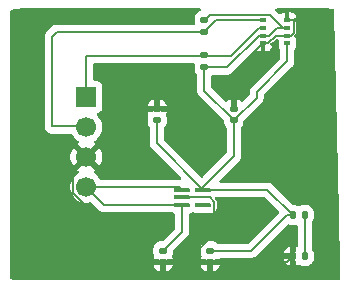
<source format=gbr>
%TF.GenerationSoftware,KiCad,Pcbnew,9.0.7*%
%TF.CreationDate,2026-01-25T21:22:40-08:00*%
%TF.ProjectId,pcb_design_lab,7063625f-6465-4736-9967-6e5f6c61622e,rev?*%
%TF.SameCoordinates,Original*%
%TF.FileFunction,Copper,L1,Top*%
%TF.FilePolarity,Positive*%
%FSLAX46Y46*%
G04 Gerber Fmt 4.6, Leading zero omitted, Abs format (unit mm)*
G04 Created by KiCad (PCBNEW 9.0.7) date 2026-01-25 21:22:40*
%MOMM*%
%LPD*%
G01*
G04 APERTURE LIST*
G04 Aperture macros list*
%AMRoundRect*
0 Rectangle with rounded corners*
0 $1 Rounding radius*
0 $2 $3 $4 $5 $6 $7 $8 $9 X,Y pos of 4 corners*
0 Add a 4 corners polygon primitive as box body*
4,1,4,$2,$3,$4,$5,$6,$7,$8,$9,$2,$3,0*
0 Add four circle primitives for the rounded corners*
1,1,$1+$1,$2,$3*
1,1,$1+$1,$4,$5*
1,1,$1+$1,$6,$7*
1,1,$1+$1,$8,$9*
0 Add four rect primitives between the rounded corners*
20,1,$1+$1,$2,$3,$4,$5,0*
20,1,$1+$1,$4,$5,$6,$7,0*
20,1,$1+$1,$6,$7,$8,$9,0*
20,1,$1+$1,$8,$9,$2,$3,0*%
G04 Aperture macros list end*
%TA.AperFunction,SMDPad,CuDef*%
%ADD10RoundRect,0.140000X0.170000X-0.140000X0.170000X0.140000X-0.170000X0.140000X-0.170000X-0.140000X0*%
%TD*%
%TA.AperFunction,SMDPad,CuDef*%
%ADD11RoundRect,0.100000X-0.562500X-0.100000X0.562500X-0.100000X0.562500X0.100000X-0.562500X0.100000X0*%
%TD*%
%TA.AperFunction,SMDPad,CuDef*%
%ADD12R,0.500000X0.350000*%
%TD*%
%TA.AperFunction,SMDPad,CuDef*%
%ADD13RoundRect,0.135000X0.135000X0.185000X-0.135000X0.185000X-0.135000X-0.185000X0.135000X-0.185000X0*%
%TD*%
%TA.AperFunction,SMDPad,CuDef*%
%ADD14RoundRect,0.135000X0.185000X-0.135000X0.185000X0.135000X-0.185000X0.135000X-0.185000X-0.135000X0*%
%TD*%
%TA.AperFunction,SMDPad,CuDef*%
%ADD15RoundRect,0.135000X-0.185000X0.135000X-0.185000X-0.135000X0.185000X-0.135000X0.185000X0.135000X0*%
%TD*%
%TA.AperFunction,ComponentPad*%
%ADD16R,1.700000X1.700000*%
%TD*%
%TA.AperFunction,ComponentPad*%
%ADD17C,1.700000*%
%TD*%
%TA.AperFunction,SMDPad,CuDef*%
%ADD18RoundRect,0.147500X-0.147500X-0.172500X0.147500X-0.172500X0.147500X0.172500X-0.147500X0.172500X0*%
%TD*%
%TA.AperFunction,SMDPad,CuDef*%
%ADD19RoundRect,0.140000X-0.170000X0.140000X-0.170000X-0.140000X0.170000X-0.140000X0.170000X0.140000X0*%
%TD*%
%TA.AperFunction,Conductor*%
%ADD20C,0.200000*%
%TD*%
G04 APERTURE END LIST*
D10*
%TO.P,C4,2*%
%TO.N,/+2V8*%
X123000000Y-85520000D03*
%TO.P,C4,1*%
%TO.N,/GND*%
X123000000Y-86480000D03*
%TD*%
D11*
%TO.P,U1,1,VIN*%
%TO.N,Net-(J1-VIN)*%
X120612500Y-80350000D03*
%TO.P,U1,2,GND*%
%TO.N,/GND*%
X120612500Y-81000000D03*
%TO.P,U1,3,EN*%
%TO.N,Net-(J1-VIN)*%
X120612500Y-81650000D03*
%TO.P,U1,4,NC*%
%TO.N,unconnected-(U1-NC-Pad4)*%
X122387500Y-81650000D03*
%TO.P,U1,5,VOUT*%
%TO.N,/+2V8*%
X122387500Y-80350000D03*
%TD*%
D12*
%TO.P,U2,1,GND*%
%TO.N,/GND*%
X127475000Y-67975000D03*
%TO.P,U2,2,CSB*%
%TO.N,/+2V8*%
X127475000Y-67325000D03*
%TO.P,U2,3,SDI*%
%TO.N,/SCL*%
X127475000Y-66675000D03*
%TO.P,U2,4,SCK*%
%TO.N,/SDA*%
X127475000Y-66025000D03*
%TO.P,U2,5,SDO*%
%TO.N,/GND*%
X129525000Y-66025000D03*
%TO.P,U2,6,VDDIO*%
%TO.N,/+2V8*%
X129525000Y-66675000D03*
%TO.P,U2,7,GND*%
%TO.N,/GND*%
X129525000Y-67325000D03*
%TO.P,U2,8,VDD*%
%TO.N,/+2V8*%
X129525000Y-67975000D03*
%TD*%
D13*
%TO.P,R3,1*%
%TO.N,Net-(D1-A)*%
X131010000Y-82500000D03*
%TO.P,R3,2*%
%TO.N,/+2V8*%
X129990000Y-82500000D03*
%TD*%
D14*
%TO.P,R2,1*%
%TO.N,/+2V8*%
X122500000Y-70010000D03*
%TO.P,R2,2*%
%TO.N,/SCL*%
X122500000Y-68990000D03*
%TD*%
D15*
%TO.P,R1,1*%
%TO.N,/+2V8*%
X122500000Y-65990000D03*
%TO.P,R1,2*%
%TO.N,/SDA*%
X122500000Y-67010000D03*
%TD*%
D16*
%TO.P,J1,1,SCL*%
%TO.N,/SCL*%
X112500000Y-72500000D03*
D17*
%TO.P,J1,2,SDA*%
%TO.N,/SDA*%
X112500000Y-75040000D03*
%TO.P,J1,3,GND*%
%TO.N,/GND*%
X112500000Y-77580000D03*
%TO.P,J1,4,VIN*%
%TO.N,Net-(J1-VIN)*%
X112500000Y-80120000D03*
%TD*%
D18*
%TO.P,D1,1,K*%
%TO.N,/GND*%
X130015000Y-86000000D03*
%TO.P,D1,2,A*%
%TO.N,Net-(D1-A)*%
X130985000Y-86000000D03*
%TD*%
D10*
%TO.P,C3,1*%
%TO.N,/GND*%
X119000000Y-86480000D03*
%TO.P,C3,2*%
%TO.N,Net-(J1-VIN)*%
X119000000Y-85520000D03*
%TD*%
D19*
%TO.P,C2,1*%
%TO.N,/GND*%
X125000000Y-73520000D03*
%TO.P,C2,2*%
%TO.N,/+2V8*%
X125000000Y-74480000D03*
%TD*%
%TO.P,C1,1*%
%TO.N,/GND*%
X118500000Y-73520000D03*
%TO.P,C1,2*%
%TO.N,/+2V8*%
X118500000Y-74480000D03*
%TD*%
D20*
%TO.N,Net-(J1-VIN)*%
X114030000Y-81650000D02*
X120612500Y-81650000D01*
X112500000Y-80120000D02*
X114030000Y-81650000D01*
%TO.N,/GND*%
X123351000Y-81381130D02*
X123351000Y-84129000D01*
X120612500Y-81000000D02*
X122969870Y-81000000D01*
X122969870Y-81000000D02*
X123351000Y-81381130D01*
X123351000Y-84129000D02*
X121000000Y-86480000D01*
X121000000Y-86480000D02*
X123000000Y-86480000D01*
%TO.N,/+2V8*%
X126480000Y-85520000D02*
X123000000Y-85520000D01*
X129500000Y-82500000D02*
X126480000Y-85520000D01*
X129990000Y-82500000D02*
X129500000Y-82500000D01*
%TO.N,/GND*%
X129535000Y-86480000D02*
X130015000Y-86000000D01*
X123000000Y-86480000D02*
X129535000Y-86480000D01*
X117232240Y-86480000D02*
X119000000Y-86480000D01*
X111349000Y-80596760D02*
X117232240Y-86480000D01*
X111349000Y-78731000D02*
X111349000Y-80596760D01*
X112500000Y-77580000D02*
X111349000Y-78731000D01*
X119000000Y-86480000D02*
X121000000Y-86480000D01*
X116560000Y-73520000D02*
X112500000Y-77580000D01*
X118500000Y-73520000D02*
X116560000Y-73520000D01*
X125000000Y-70450000D02*
X125000000Y-73520000D01*
X127475000Y-67975000D02*
X125000000Y-70450000D01*
%TO.N,/+2V8*%
X124413000Y-70010000D02*
X127098000Y-67325000D01*
X127098000Y-67325000D02*
X127475000Y-67325000D01*
X122500000Y-70010000D02*
X124413000Y-70010000D01*
%TO.N,/GND*%
X130076000Y-66126000D02*
X129975000Y-66025000D01*
X130076000Y-67074000D02*
X130076000Y-66126000D01*
X129975000Y-66025000D02*
X129525000Y-66025000D01*
X129825000Y-67325000D02*
X130076000Y-67074000D01*
X129525000Y-67325000D02*
X129825000Y-67325000D01*
X128575000Y-67325000D02*
X129525000Y-67325000D01*
X127925000Y-67975000D02*
X128575000Y-67325000D01*
X127475000Y-67975000D02*
X127925000Y-67975000D01*
%TO.N,/+2V8*%
X129152000Y-66675000D02*
X129525000Y-66675000D01*
X122941000Y-65549000D02*
X128026000Y-65549000D01*
X122500000Y-65990000D02*
X122941000Y-65549000D01*
X128026000Y-65549000D02*
X129152000Y-66675000D01*
X128657900Y-66675000D02*
X129525000Y-66675000D01*
X128007900Y-67325000D02*
X128657900Y-66675000D01*
X127475000Y-67325000D02*
X128007900Y-67325000D01*
%TO.N,/SDA*%
X123485000Y-66025000D02*
X127475000Y-66025000D01*
X122500000Y-67010000D02*
X123485000Y-66025000D01*
%TO.N,/+2V8*%
X129525000Y-69475000D02*
X129525000Y-67975000D01*
X126924000Y-72076000D02*
X129525000Y-69475000D01*
X126924000Y-72556000D02*
X126924000Y-72076000D01*
X125000000Y-74480000D02*
X126924000Y-72556000D01*
X122500000Y-71980000D02*
X125000000Y-74480000D01*
X122500000Y-70010000D02*
X122500000Y-71980000D01*
X125000000Y-77500000D02*
X125000000Y-74480000D01*
X118500000Y-76422500D02*
X118500000Y-74480000D01*
X118480000Y-76442500D02*
X118500000Y-76422500D01*
%TO.N,/SDA*%
X109601000Y-67399000D02*
X110000000Y-67000000D01*
X110000000Y-67000000D02*
X110010000Y-67010000D01*
X110010000Y-67010000D02*
X122500000Y-67010000D01*
X109601000Y-75000000D02*
X109601000Y-67399000D01*
%TO.N,/SCL*%
X124773000Y-69000000D02*
X127098000Y-66675000D01*
X127098000Y-66675000D02*
X127475000Y-66675000D01*
X112500000Y-69000000D02*
X124773000Y-69000000D01*
X112500000Y-72500000D02*
X112500000Y-69000000D01*
%TO.N,/SDA*%
X112460000Y-75000000D02*
X109601000Y-75000000D01*
X112500000Y-75040000D02*
X112460000Y-75000000D01*
%TO.N,/+2V8*%
X122387500Y-80112500D02*
X125000000Y-77500000D01*
X122387500Y-80350000D02*
X122387500Y-80112500D01*
X122387500Y-80350000D02*
X118480000Y-76442500D01*
%TO.N,Net-(J1-VIN)*%
X120612500Y-83907500D02*
X120612500Y-81650000D01*
X119000000Y-85520000D02*
X120612500Y-83907500D01*
%TO.N,Net-(D1-A)*%
X131010000Y-85975000D02*
X130985000Y-86000000D01*
X131010000Y-82500000D02*
X131010000Y-85975000D01*
%TO.N,Net-(J1-VIN)*%
X120382500Y-80120000D02*
X120612500Y-80350000D01*
X112500000Y-80120000D02*
X120382500Y-80120000D01*
%TO.N,/+2V8*%
X127840000Y-80350000D02*
X129990000Y-82500000D01*
X122387500Y-80350000D02*
X127840000Y-80350000D01*
%TD*%
%TA.AperFunction,Conductor*%
%TO.N,/GND*%
G36*
X122174127Y-65020185D02*
G01*
X122219882Y-65072989D01*
X122229826Y-65142147D01*
X122200801Y-65205703D01*
X122142023Y-65243477D01*
X122141683Y-65243576D01*
X122060611Y-65267129D01*
X122060606Y-65267131D01*
X121922404Y-65348863D01*
X121922396Y-65348869D01*
X121808869Y-65462396D01*
X121808863Y-65462404D01*
X121727131Y-65600606D01*
X121727129Y-65600611D01*
X121682335Y-65754791D01*
X121682334Y-65754797D01*
X121679500Y-65790811D01*
X121679500Y-66189169D01*
X121679501Y-66189191D01*
X121682335Y-66225203D01*
X121689802Y-66250904D01*
X121689603Y-66320773D01*
X121651662Y-66379444D01*
X121588024Y-66408288D01*
X121570726Y-66409500D01*
X110132706Y-66409500D01*
X110100614Y-66405275D01*
X110079058Y-66399499D01*
X110079057Y-66399499D01*
X109920943Y-66399499D01*
X109806397Y-66430192D01*
X109768214Y-66440423D01*
X109631284Y-66519481D01*
X109631281Y-66519483D01*
X109232286Y-66918478D01*
X109120481Y-67030282D01*
X109120480Y-67030284D01*
X109084147Y-67093215D01*
X109041423Y-67167215D01*
X109000499Y-67319943D01*
X109000499Y-67319945D01*
X109000499Y-67488046D01*
X109000500Y-67488059D01*
X109000500Y-74920943D01*
X109000500Y-75079057D01*
X109004854Y-75095304D01*
X109041423Y-75231783D01*
X109041426Y-75231790D01*
X109120475Y-75368709D01*
X109120479Y-75368714D01*
X109120480Y-75368716D01*
X109232284Y-75480520D01*
X109232286Y-75480521D01*
X109232290Y-75480524D01*
X109367198Y-75558412D01*
X109369216Y-75559577D01*
X109521943Y-75600500D01*
X111193900Y-75600500D01*
X111260939Y-75620185D01*
X111304385Y-75668205D01*
X111344951Y-75747819D01*
X111469890Y-75919786D01*
X111620213Y-76070109D01*
X111792179Y-76195048D01*
X111792181Y-76195049D01*
X111792184Y-76195051D01*
X111801493Y-76199794D01*
X111852290Y-76247766D01*
X111869087Y-76315587D01*
X111846552Y-76381722D01*
X111801505Y-76420760D01*
X111792446Y-76425376D01*
X111792440Y-76425380D01*
X111738282Y-76464727D01*
X111738282Y-76464728D01*
X112370591Y-77097037D01*
X112307007Y-77114075D01*
X112192993Y-77179901D01*
X112099901Y-77272993D01*
X112034075Y-77387007D01*
X112017037Y-77450591D01*
X111384728Y-76818282D01*
X111384727Y-76818282D01*
X111345380Y-76872439D01*
X111248904Y-77061782D01*
X111183242Y-77263869D01*
X111183242Y-77263872D01*
X111150000Y-77473753D01*
X111150000Y-77686246D01*
X111183242Y-77896127D01*
X111183242Y-77896130D01*
X111248904Y-78098217D01*
X111345375Y-78287550D01*
X111384728Y-78341716D01*
X112017037Y-77709408D01*
X112034075Y-77772993D01*
X112099901Y-77887007D01*
X112192993Y-77980099D01*
X112307007Y-78045925D01*
X112370590Y-78062962D01*
X111738282Y-78695269D01*
X111738282Y-78695270D01*
X111792452Y-78734626D01*
X111792451Y-78734626D01*
X111801495Y-78739234D01*
X111852292Y-78787208D01*
X111869087Y-78855029D01*
X111846550Y-78921164D01*
X111801499Y-78960202D01*
X111792182Y-78964949D01*
X111620213Y-79089890D01*
X111469890Y-79240213D01*
X111344951Y-79412179D01*
X111248444Y-79601585D01*
X111182753Y-79803760D01*
X111149500Y-80013713D01*
X111149500Y-80226286D01*
X111182753Y-80436239D01*
X111248444Y-80638414D01*
X111344951Y-80827820D01*
X111469890Y-80999786D01*
X111620213Y-81150109D01*
X111792179Y-81275048D01*
X111792181Y-81275049D01*
X111792184Y-81275051D01*
X111981588Y-81371557D01*
X112183757Y-81437246D01*
X112393713Y-81470500D01*
X112393714Y-81470500D01*
X112606286Y-81470500D01*
X112606287Y-81470500D01*
X112816243Y-81437246D01*
X112858523Y-81423507D01*
X112928362Y-81421511D01*
X112984521Y-81453756D01*
X113661284Y-82130520D01*
X113661286Y-82130521D01*
X113661290Y-82130524D01*
X113725022Y-82167319D01*
X113798216Y-82209577D01*
X113950943Y-82250501D01*
X113950945Y-82250501D01*
X114116654Y-82250501D01*
X114116670Y-82250500D01*
X119673743Y-82250500D01*
X119719434Y-82259225D01*
X119735509Y-82265596D01*
X119747159Y-82274536D01*
X119893238Y-82335044D01*
X119919414Y-82338490D01*
X119933691Y-82344149D01*
X119949609Y-82356579D01*
X119968082Y-82364751D01*
X119976587Y-82377645D01*
X119988760Y-82387151D01*
X119995431Y-82406215D01*
X120006553Y-82423076D01*
X120010462Y-82449166D01*
X120011839Y-82453099D01*
X120011355Y-82455122D01*
X120012000Y-82459424D01*
X120012000Y-83607403D01*
X119992315Y-83674442D01*
X119975681Y-83695084D01*
X118967584Y-84703181D01*
X118906261Y-84736666D01*
X118879903Y-84739500D01*
X118765302Y-84739500D01*
X118729008Y-84742356D01*
X118729002Y-84742357D01*
X118573609Y-84787504D01*
X118573606Y-84787505D01*
X118434315Y-84869881D01*
X118434307Y-84869887D01*
X118319887Y-84984307D01*
X118319881Y-84984315D01*
X118237505Y-85123606D01*
X118237504Y-85123609D01*
X118192357Y-85279002D01*
X118192356Y-85279008D01*
X118189500Y-85315302D01*
X118189500Y-85724697D01*
X118192356Y-85760991D01*
X118192357Y-85760997D01*
X118237504Y-85916390D01*
X118237507Y-85916397D01*
X118249910Y-85937370D01*
X118267093Y-86005094D01*
X118249912Y-86063608D01*
X118237968Y-86083804D01*
X118195496Y-86230000D01*
X118501648Y-86230000D01*
X118564766Y-86247267D01*
X118573605Y-86252494D01*
X118573608Y-86252494D01*
X118573610Y-86252496D01*
X118729002Y-86297642D01*
X118729005Y-86297642D01*
X118729007Y-86297643D01*
X118765310Y-86300500D01*
X118765318Y-86300500D01*
X119234682Y-86300500D01*
X119234690Y-86300500D01*
X119270993Y-86297643D01*
X119270995Y-86297642D01*
X119270997Y-86297642D01*
X119426389Y-86252496D01*
X119426389Y-86252495D01*
X119426395Y-86252494D01*
X119435233Y-86247267D01*
X119498352Y-86230000D01*
X119804504Y-86230000D01*
X119762031Y-86083803D01*
X119750090Y-86063613D01*
X119732906Y-85995889D01*
X119750089Y-85937369D01*
X119762494Y-85916395D01*
X119807643Y-85760993D01*
X119810500Y-85724690D01*
X119810500Y-85610096D01*
X119830185Y-85543057D01*
X119846814Y-85522419D01*
X120971006Y-84398227D01*
X120971011Y-84398224D01*
X120981214Y-84388020D01*
X120981216Y-84388020D01*
X121093020Y-84276216D01*
X121172077Y-84139284D01*
X121213000Y-83986557D01*
X121213000Y-82459424D01*
X121232685Y-82392385D01*
X121285489Y-82346630D01*
X121294260Y-82343023D01*
X121307175Y-82338280D01*
X121331762Y-82335044D01*
X121454877Y-82284047D01*
X121457260Y-82283173D01*
X121489687Y-82281019D01*
X121522017Y-82277544D01*
X121525709Y-82278628D01*
X121526976Y-82278544D01*
X121528736Y-82279517D01*
X121547451Y-82285012D01*
X121668238Y-82335044D01*
X121785639Y-82350500D01*
X122989360Y-82350499D01*
X122989363Y-82350499D01*
X123106753Y-82335046D01*
X123106757Y-82335044D01*
X123106762Y-82335044D01*
X123252841Y-82274536D01*
X123378282Y-82178282D01*
X123474536Y-82052841D01*
X123535044Y-81906762D01*
X123550500Y-81789361D01*
X123550499Y-81510640D01*
X123550499Y-81510636D01*
X123535046Y-81393246D01*
X123535044Y-81393241D01*
X123535044Y-81393238D01*
X123474536Y-81247159D01*
X123474535Y-81247158D01*
X123474535Y-81247157D01*
X123399973Y-81149986D01*
X123374779Y-81084817D01*
X123388817Y-81016372D01*
X123437631Y-80966383D01*
X123498349Y-80950500D01*
X127539903Y-80950500D01*
X127606942Y-80970185D01*
X127627584Y-80986819D01*
X128808084Y-82167319D01*
X128841569Y-82228642D01*
X128836585Y-82298334D01*
X128808084Y-82342681D01*
X126267584Y-84883181D01*
X126206261Y-84916666D01*
X126179903Y-84919500D01*
X123666667Y-84919500D01*
X123599628Y-84899815D01*
X123578986Y-84883181D01*
X123565692Y-84869887D01*
X123565684Y-84869881D01*
X123426393Y-84787505D01*
X123426390Y-84787504D01*
X123270997Y-84742357D01*
X123270991Y-84742356D01*
X123234697Y-84739500D01*
X123234690Y-84739500D01*
X122765310Y-84739500D01*
X122765302Y-84739500D01*
X122729008Y-84742356D01*
X122729002Y-84742357D01*
X122573609Y-84787504D01*
X122573606Y-84787505D01*
X122434315Y-84869881D01*
X122434307Y-84869887D01*
X122319887Y-84984307D01*
X122319881Y-84984315D01*
X122237505Y-85123606D01*
X122237504Y-85123609D01*
X122192357Y-85279002D01*
X122192356Y-85279008D01*
X122189500Y-85315302D01*
X122189500Y-85724697D01*
X122192356Y-85760991D01*
X122192357Y-85760997D01*
X122237504Y-85916390D01*
X122237507Y-85916397D01*
X122249910Y-85937370D01*
X122267093Y-86005094D01*
X122249912Y-86063608D01*
X122237968Y-86083804D01*
X122195496Y-86230000D01*
X122501648Y-86230000D01*
X122564766Y-86247267D01*
X122573605Y-86252494D01*
X122573608Y-86252494D01*
X122573610Y-86252496D01*
X122729002Y-86297642D01*
X122729005Y-86297642D01*
X122729007Y-86297643D01*
X122765310Y-86300500D01*
X122765318Y-86300500D01*
X123234682Y-86300500D01*
X123234690Y-86300500D01*
X123270993Y-86297643D01*
X123270995Y-86297642D01*
X123270997Y-86297642D01*
X123426389Y-86252496D01*
X123426389Y-86252495D01*
X123426395Y-86252494D01*
X123430612Y-86250000D01*
X129220954Y-86250000D01*
X129222889Y-86274597D01*
X129268529Y-86431692D01*
X129268531Y-86431697D01*
X129351806Y-86572508D01*
X129351812Y-86572516D01*
X129467483Y-86688187D01*
X129467491Y-86688193D01*
X129608302Y-86771468D01*
X129765000Y-86816992D01*
X129765000Y-86250000D01*
X129220954Y-86250000D01*
X123430612Y-86250000D01*
X123435233Y-86247267D01*
X123498352Y-86230000D01*
X123804505Y-86230000D01*
X123818962Y-86210744D01*
X123818967Y-86209226D01*
X123856909Y-86150556D01*
X123920547Y-86121712D01*
X123937844Y-86120500D01*
X126393331Y-86120500D01*
X126393347Y-86120501D01*
X126400943Y-86120501D01*
X126559054Y-86120501D01*
X126559057Y-86120501D01*
X126711785Y-86079577D01*
X126791405Y-86033608D01*
X126848716Y-86000520D01*
X126960520Y-85888716D01*
X126960520Y-85888714D01*
X126970723Y-85878512D01*
X126970727Y-85878506D01*
X127099233Y-85750000D01*
X129220953Y-85750000D01*
X129765000Y-85750000D01*
X129765000Y-85183006D01*
X129764998Y-85183005D01*
X129608307Y-85228528D01*
X129608304Y-85228530D01*
X129467491Y-85311806D01*
X129467483Y-85311812D01*
X129351812Y-85427483D01*
X129351806Y-85427491D01*
X129268531Y-85568302D01*
X129268529Y-85568307D01*
X129222890Y-85725396D01*
X129222888Y-85725408D01*
X129220953Y-85750000D01*
X127099233Y-85750000D01*
X129529969Y-83319264D01*
X129591290Y-83285781D01*
X129652243Y-83287871D01*
X129754791Y-83317664D01*
X129754794Y-83317664D01*
X129754796Y-83317665D01*
X129790819Y-83320500D01*
X130189180Y-83320499D01*
X130225204Y-83317665D01*
X130250905Y-83310198D01*
X130320773Y-83310397D01*
X130379444Y-83348338D01*
X130408288Y-83411976D01*
X130409500Y-83429274D01*
X130409500Y-85059835D01*
X130389815Y-85126874D01*
X130337011Y-85172629D01*
X130267853Y-85182573D01*
X130266085Y-85182191D01*
X130265000Y-85183006D01*
X130265000Y-85488641D01*
X130247734Y-85551759D01*
X130238067Y-85568104D01*
X130192391Y-85725320D01*
X130192390Y-85725326D01*
X130189500Y-85762052D01*
X130189500Y-86237947D01*
X130192390Y-86274673D01*
X130192391Y-86274679D01*
X130238066Y-86431892D01*
X130238068Y-86431895D01*
X130247732Y-86448236D01*
X130265000Y-86511357D01*
X130265000Y-86816991D01*
X130421696Y-86771468D01*
X130436386Y-86762781D01*
X130504110Y-86745597D01*
X130562628Y-86762779D01*
X130578103Y-86771931D01*
X130578104Y-86771931D01*
X130578107Y-86771933D01*
X130735320Y-86817608D01*
X130735323Y-86817608D01*
X130735325Y-86817609D01*
X130772060Y-86820500D01*
X130772068Y-86820500D01*
X131197932Y-86820500D01*
X131197940Y-86820500D01*
X131234675Y-86817609D01*
X131234677Y-86817608D01*
X131234679Y-86817608D01*
X131391892Y-86771933D01*
X131391893Y-86771932D01*
X131391897Y-86771931D01*
X131532820Y-86688590D01*
X131648590Y-86572820D01*
X131731931Y-86431897D01*
X131731932Y-86431893D01*
X131731933Y-86431892D01*
X131777608Y-86274679D01*
X131777609Y-86274673D01*
X131779354Y-86252496D01*
X131780500Y-86237940D01*
X131780500Y-85762060D01*
X131777609Y-85725325D01*
X131777425Y-85724690D01*
X131731933Y-85568107D01*
X131731931Y-85568104D01*
X131731931Y-85568103D01*
X131648590Y-85427180D01*
X131648588Y-85427178D01*
X131648585Y-85427174D01*
X131646819Y-85425408D01*
X131645876Y-85423682D01*
X131643807Y-85421014D01*
X131644237Y-85420680D01*
X131613334Y-85364085D01*
X131610500Y-85337727D01*
X131610500Y-83169595D01*
X131630185Y-83102556D01*
X131646818Y-83081914D01*
X131651135Y-83077598D01*
X131732869Y-82939393D01*
X131777665Y-82785204D01*
X131780500Y-82749181D01*
X131780499Y-82250820D01*
X131777665Y-82214796D01*
X131732869Y-82060607D01*
X131651135Y-81922402D01*
X131651133Y-81922400D01*
X131651130Y-81922396D01*
X131537603Y-81808869D01*
X131537595Y-81808863D01*
X131399393Y-81727131D01*
X131399388Y-81727129D01*
X131245208Y-81682335D01*
X131245202Y-81682334D01*
X131209181Y-81679500D01*
X130810830Y-81679500D01*
X130810808Y-81679501D01*
X130774794Y-81682335D01*
X130620611Y-81727129D01*
X130620604Y-81727132D01*
X130563119Y-81761128D01*
X130495395Y-81778309D01*
X130436881Y-81761128D01*
X130379395Y-81727132D01*
X130379388Y-81727129D01*
X130225208Y-81682335D01*
X130225202Y-81682334D01*
X130189188Y-81679500D01*
X130189181Y-81679500D01*
X130070097Y-81679500D01*
X130003058Y-81659815D01*
X129982416Y-81643181D01*
X128327590Y-79988355D01*
X128327588Y-79988352D01*
X128208717Y-79869481D01*
X128208716Y-79869480D01*
X128121904Y-79819360D01*
X128121904Y-79819359D01*
X128121900Y-79819358D01*
X128071785Y-79790423D01*
X127919057Y-79749499D01*
X127760943Y-79749499D01*
X127753347Y-79749499D01*
X127753331Y-79749500D01*
X123899097Y-79749500D01*
X123832058Y-79729815D01*
X123786303Y-79677011D01*
X123776359Y-79607853D01*
X123805384Y-79544297D01*
X123811416Y-79537819D01*
X124109027Y-79240208D01*
X125368713Y-77980521D01*
X125368716Y-77980520D01*
X125480520Y-77868716D01*
X125530639Y-77781904D01*
X125559577Y-77731785D01*
X125600501Y-77579057D01*
X125600501Y-77420943D01*
X125600501Y-77413348D01*
X125600500Y-77413330D01*
X125600500Y-75146666D01*
X125620185Y-75079627D01*
X125636820Y-75058984D01*
X125680112Y-75015692D01*
X125680117Y-75015687D01*
X125762494Y-74876395D01*
X125807643Y-74720993D01*
X125810500Y-74684690D01*
X125810500Y-74570096D01*
X125830185Y-74503057D01*
X125846814Y-74482420D01*
X127292713Y-73036521D01*
X127292716Y-73036520D01*
X127404520Y-72924716D01*
X127454639Y-72837904D01*
X127483577Y-72787785D01*
X127524501Y-72635057D01*
X127524501Y-72476943D01*
X127524501Y-72469348D01*
X127524500Y-72469330D01*
X127524500Y-72376096D01*
X127544185Y-72309057D01*
X127560814Y-72288420D01*
X129883506Y-69965727D01*
X129883511Y-69965724D01*
X129893714Y-69955520D01*
X129893716Y-69955520D01*
X130005520Y-69843716D01*
X130084577Y-69706784D01*
X130125500Y-69554057D01*
X130125500Y-68558230D01*
X130145185Y-68491191D01*
X130150233Y-68483919D01*
X130213429Y-68399500D01*
X130218796Y-68392331D01*
X130269091Y-68257483D01*
X130275500Y-68197873D01*
X130275499Y-67752128D01*
X130269091Y-67692517D01*
X130269091Y-67692516D01*
X130267307Y-67684966D01*
X130268559Y-67684669D01*
X130264145Y-67622924D01*
X130268132Y-67609346D01*
X130268598Y-67607375D01*
X130274999Y-67547844D01*
X130275000Y-67547827D01*
X130275000Y-67500000D01*
X130237694Y-67500000D01*
X130170655Y-67480315D01*
X130153491Y-67467027D01*
X130145199Y-67459357D01*
X130132546Y-67442454D01*
X130103084Y-67420398D01*
X130098358Y-67416027D01*
X130083607Y-67391348D01*
X130066379Y-67368334D01*
X130065906Y-67361733D01*
X130062512Y-67356053D01*
X130063445Y-67327317D01*
X130061395Y-67298642D01*
X130064566Y-67292834D01*
X130064781Y-67286220D01*
X130081103Y-67262549D01*
X130094880Y-67237319D01*
X130103875Y-67229524D01*
X130104444Y-67228700D01*
X130105183Y-67228390D01*
X130108251Y-67225733D01*
X130132546Y-67207546D01*
X130138428Y-67199687D01*
X130194361Y-67157818D01*
X130237694Y-67150000D01*
X130275000Y-67150000D01*
X130275000Y-67102172D01*
X130274999Y-67102155D01*
X130268598Y-67042627D01*
X130266814Y-67035076D01*
X130268459Y-67034687D01*
X130264143Y-66974361D01*
X130269058Y-66957619D01*
X130269089Y-66957489D01*
X130269089Y-66957488D01*
X130269091Y-66957483D01*
X130275500Y-66897873D01*
X130275499Y-66452128D01*
X130269091Y-66392517D01*
X130269091Y-66392516D01*
X130267307Y-66384966D01*
X130268559Y-66384669D01*
X130264145Y-66322924D01*
X130268132Y-66309346D01*
X130268598Y-66307375D01*
X130274999Y-66247844D01*
X130275000Y-66247827D01*
X130275000Y-66200000D01*
X130237694Y-66200000D01*
X130170655Y-66180315D01*
X130158639Y-66171532D01*
X130147272Y-66162125D01*
X130132546Y-66142454D01*
X130037704Y-66071455D01*
X130035380Y-66069532D01*
X130017443Y-66042968D01*
X129998253Y-66017332D01*
X129998030Y-66014216D01*
X129996281Y-66011626D01*
X129995554Y-65979594D01*
X129993269Y-65947641D01*
X129994766Y-65944897D01*
X129994696Y-65941774D01*
X130011404Y-65914430D01*
X130026755Y-65886318D01*
X130029496Y-65884821D01*
X130031126Y-65882154D01*
X130059969Y-65868182D01*
X130088078Y-65852834D01*
X130092673Y-65852339D01*
X130094007Y-65851694D01*
X130096208Y-65851959D01*
X130114435Y-65850000D01*
X130275000Y-65850000D01*
X130275000Y-65802172D01*
X130274999Y-65802155D01*
X130268598Y-65742627D01*
X130268596Y-65742620D01*
X130218354Y-65607913D01*
X130218350Y-65607906D01*
X130132190Y-65492812D01*
X130132187Y-65492809D01*
X130017093Y-65406649D01*
X130017086Y-65406645D01*
X129882379Y-65356403D01*
X129882372Y-65356401D01*
X129822844Y-65350000D01*
X129700000Y-65350000D01*
X129700000Y-65875500D01*
X129697449Y-65884185D01*
X129698738Y-65893147D01*
X129687759Y-65917187D01*
X129680315Y-65942539D01*
X129673474Y-65948466D01*
X129669713Y-65956703D01*
X129647478Y-65970992D01*
X129627511Y-65988294D01*
X129616996Y-65990581D01*
X129610935Y-65994477D01*
X129576000Y-65999500D01*
X129474000Y-65999500D01*
X129406961Y-65979815D01*
X129361206Y-65927011D01*
X129350000Y-65875500D01*
X129350000Y-65350000D01*
X129227155Y-65350000D01*
X129167627Y-65356401D01*
X129167620Y-65356403D01*
X129032913Y-65406645D01*
X129032906Y-65406649D01*
X128947344Y-65470702D01*
X128881880Y-65495120D01*
X128813607Y-65480269D01*
X128785352Y-65459117D01*
X128538416Y-65212181D01*
X128504931Y-65150858D01*
X128509915Y-65081166D01*
X128551787Y-65025233D01*
X128617251Y-65000816D01*
X128626097Y-65000500D01*
X132934108Y-65000500D01*
X132995933Y-65000500D01*
X133004043Y-65000765D01*
X133252895Y-65017075D01*
X133268951Y-65019190D01*
X133403806Y-65046014D01*
X133465717Y-65078399D01*
X133500291Y-65139115D01*
X133503585Y-65164936D01*
X133879330Y-82449166D01*
X133975569Y-86876195D01*
X133997235Y-87872805D01*
X133979012Y-87940256D01*
X133927215Y-87987148D01*
X133873264Y-87999500D01*
X106504428Y-87999500D01*
X106495582Y-87999184D01*
X106473622Y-87997613D01*
X106295442Y-87984869D01*
X106277931Y-87982351D01*
X106097642Y-87943132D01*
X106036319Y-87909647D01*
X106002834Y-87848324D01*
X106000000Y-87821966D01*
X106000000Y-86730000D01*
X118195496Y-86730000D01*
X118237968Y-86876195D01*
X118320278Y-87015374D01*
X118320285Y-87015383D01*
X118434616Y-87129714D01*
X118434625Y-87129721D01*
X118573804Y-87212031D01*
X118729089Y-87257145D01*
X118750000Y-87258789D01*
X119250000Y-87258789D01*
X119270910Y-87257145D01*
X119426195Y-87212031D01*
X119565374Y-87129721D01*
X119565383Y-87129714D01*
X119679714Y-87015383D01*
X119679721Y-87015374D01*
X119762031Y-86876195D01*
X119804504Y-86730000D01*
X122195496Y-86730000D01*
X122237968Y-86876195D01*
X122320278Y-87015374D01*
X122320285Y-87015383D01*
X122434616Y-87129714D01*
X122434625Y-87129721D01*
X122573804Y-87212031D01*
X122729089Y-87257145D01*
X122750000Y-87258789D01*
X123250000Y-87258789D01*
X123270910Y-87257145D01*
X123426195Y-87212031D01*
X123565374Y-87129721D01*
X123565383Y-87129714D01*
X123679714Y-87015383D01*
X123679721Y-87015374D01*
X123762031Y-86876195D01*
X123804504Y-86730000D01*
X123250000Y-86730000D01*
X123250000Y-87258789D01*
X122750000Y-87258789D01*
X122750000Y-86730000D01*
X122195496Y-86730000D01*
X119804504Y-86730000D01*
X119250000Y-86730000D01*
X119250000Y-87258789D01*
X118750000Y-87258789D01*
X118750000Y-86730000D01*
X118195496Y-86730000D01*
X106000000Y-86730000D01*
X106000000Y-65345613D01*
X106004512Y-65330244D01*
X106004036Y-65314233D01*
X106014154Y-65297407D01*
X106019685Y-65278574D01*
X106032203Y-65267396D01*
X106040045Y-65254357D01*
X106069154Y-65234402D01*
X106227547Y-65156291D01*
X106242512Y-65150093D01*
X106406762Y-65094337D01*
X106474797Y-65071243D01*
X106490464Y-65067045D01*
X106731048Y-65019190D01*
X106747102Y-65017075D01*
X106995957Y-65000765D01*
X107004067Y-65000500D01*
X107065892Y-65000500D01*
X122107088Y-65000500D01*
X122174127Y-65020185D01*
G37*
%TD.AperFunction*%
%TA.AperFunction,Conductor*%
G36*
X121634859Y-69620185D02*
G01*
X121680614Y-69672989D01*
X121690558Y-69742147D01*
X121686897Y-69759094D01*
X121682334Y-69774797D01*
X121679500Y-69810811D01*
X121679500Y-70209169D01*
X121679501Y-70209191D01*
X121682335Y-70245205D01*
X121727129Y-70399388D01*
X121727131Y-70399393D01*
X121808865Y-70537598D01*
X121863182Y-70591915D01*
X121896666Y-70653236D01*
X121899500Y-70679595D01*
X121899500Y-71893330D01*
X121899499Y-71893348D01*
X121899499Y-72059054D01*
X121899498Y-72059054D01*
X121940423Y-72211785D01*
X121969358Y-72261900D01*
X121969359Y-72261904D01*
X121969360Y-72261904D01*
X122019479Y-72348714D01*
X122019481Y-72348717D01*
X122138349Y-72467585D01*
X122138355Y-72467590D01*
X124153181Y-74482416D01*
X124186666Y-74543739D01*
X124189500Y-74570097D01*
X124189500Y-74684697D01*
X124192356Y-74720991D01*
X124192357Y-74720997D01*
X124237504Y-74876390D01*
X124237505Y-74876393D01*
X124319881Y-75015684D01*
X124319887Y-75015692D01*
X124363180Y-75058984D01*
X124396666Y-75120307D01*
X124399500Y-75146666D01*
X124399500Y-77199903D01*
X124379815Y-77266942D01*
X124363181Y-77287584D01*
X122356431Y-79294334D01*
X122295108Y-79327819D01*
X122225416Y-79322835D01*
X122181069Y-79294334D01*
X119136819Y-76250084D01*
X119103334Y-76188761D01*
X119100500Y-76162403D01*
X119100500Y-75146666D01*
X119120185Y-75079627D01*
X119136820Y-75058984D01*
X119180112Y-75015692D01*
X119180117Y-75015687D01*
X119262494Y-74876395D01*
X119307643Y-74720993D01*
X119310500Y-74684690D01*
X119310500Y-74275310D01*
X119307643Y-74239007D01*
X119284749Y-74160208D01*
X119262495Y-74083609D01*
X119262494Y-74083605D01*
X119262493Y-74083604D01*
X119250089Y-74062630D01*
X119232906Y-73994909D01*
X119250091Y-73936384D01*
X119262032Y-73916194D01*
X119304504Y-73770000D01*
X118998352Y-73770000D01*
X118935233Y-73752732D01*
X118926395Y-73747506D01*
X118926393Y-73747505D01*
X118926389Y-73747503D01*
X118770997Y-73702357D01*
X118770991Y-73702356D01*
X118734697Y-73699500D01*
X118734690Y-73699500D01*
X118265310Y-73699500D01*
X118265302Y-73699500D01*
X118229008Y-73702356D01*
X118229002Y-73702357D01*
X118073610Y-73747503D01*
X118073605Y-73747506D01*
X118064766Y-73752732D01*
X118001648Y-73770000D01*
X117695496Y-73770000D01*
X117737968Y-73916194D01*
X117749911Y-73936389D01*
X117767092Y-74004113D01*
X117749911Y-74062628D01*
X117737506Y-74083604D01*
X117737504Y-74083609D01*
X117692357Y-74239002D01*
X117692356Y-74239008D01*
X117689500Y-74275302D01*
X117689500Y-74684697D01*
X117692356Y-74720991D01*
X117692357Y-74720997D01*
X117737504Y-74876390D01*
X117737505Y-74876393D01*
X117819881Y-75015684D01*
X117819887Y-75015692D01*
X117863180Y-75058984D01*
X117896666Y-75120307D01*
X117899500Y-75146666D01*
X117899500Y-76272473D01*
X117895275Y-76304566D01*
X117879499Y-76363443D01*
X117879499Y-76521554D01*
X117879498Y-76521554D01*
X117879499Y-76521557D01*
X117920423Y-76674285D01*
X117999481Y-76811216D01*
X117999483Y-76811218D01*
X120496083Y-79307818D01*
X120506694Y-79327251D01*
X120521196Y-79343987D01*
X120523113Y-79357319D01*
X120529568Y-79369141D01*
X120527988Y-79391227D01*
X120531140Y-79413145D01*
X120525544Y-79425397D01*
X120524584Y-79438833D01*
X120511314Y-79456558D01*
X120502116Y-79476701D01*
X120490783Y-79483984D01*
X120482712Y-79494766D01*
X120461967Y-79502503D01*
X120443338Y-79514476D01*
X120421418Y-79517627D01*
X120417248Y-79519183D01*
X120408403Y-79519499D01*
X120303443Y-79519499D01*
X120303439Y-79519499D01*
X120295832Y-79519500D01*
X120295831Y-79519499D01*
X120295831Y-79519500D01*
X113785719Y-79519500D01*
X113718680Y-79499815D01*
X113675235Y-79451795D01*
X113655052Y-79412185D01*
X113655051Y-79412184D01*
X113530109Y-79240213D01*
X113379786Y-79089890D01*
X113207817Y-78964949D01*
X113198504Y-78960204D01*
X113147707Y-78912230D01*
X113130912Y-78844409D01*
X113153449Y-78778274D01*
X113198507Y-78739232D01*
X113207555Y-78734622D01*
X113261716Y-78695270D01*
X113261717Y-78695270D01*
X112629408Y-78062962D01*
X112692993Y-78045925D01*
X112807007Y-77980099D01*
X112900099Y-77887007D01*
X112965925Y-77772993D01*
X112982962Y-77709409D01*
X113615270Y-78341717D01*
X113615270Y-78341716D01*
X113654622Y-78287554D01*
X113751095Y-78098217D01*
X113816757Y-77896130D01*
X113816757Y-77896127D01*
X113850000Y-77686246D01*
X113850000Y-77473753D01*
X113816757Y-77263872D01*
X113816757Y-77263869D01*
X113751095Y-77061782D01*
X113654624Y-76872449D01*
X113615270Y-76818282D01*
X113615269Y-76818282D01*
X112982962Y-77450590D01*
X112965925Y-77387007D01*
X112900099Y-77272993D01*
X112807007Y-77179901D01*
X112692993Y-77114075D01*
X112629409Y-77097037D01*
X113261716Y-76464728D01*
X113207547Y-76425373D01*
X113207547Y-76425372D01*
X113198500Y-76420763D01*
X113147706Y-76372788D01*
X113130912Y-76304966D01*
X113153451Y-76238832D01*
X113198508Y-76199793D01*
X113207816Y-76195051D01*
X113287007Y-76137515D01*
X113379786Y-76070109D01*
X113379788Y-76070106D01*
X113379792Y-76070104D01*
X113530104Y-75919792D01*
X113530106Y-75919788D01*
X113530109Y-75919786D01*
X113655048Y-75747820D01*
X113655049Y-75747819D01*
X113655051Y-75747816D01*
X113751557Y-75558412D01*
X113817246Y-75356243D01*
X113850500Y-75146287D01*
X113850500Y-74933713D01*
X113817246Y-74723757D01*
X113751557Y-74521588D01*
X113655051Y-74332184D01*
X113655049Y-74332181D01*
X113655048Y-74332179D01*
X113530109Y-74160213D01*
X113416569Y-74046673D01*
X113383084Y-73985350D01*
X113388068Y-73915658D01*
X113429940Y-73859725D01*
X113460915Y-73842810D01*
X113592331Y-73793796D01*
X113707546Y-73707546D01*
X113793796Y-73592331D01*
X113844091Y-73457483D01*
X113850500Y-73397873D01*
X113850500Y-73270000D01*
X117695496Y-73270000D01*
X118250000Y-73270000D01*
X118750000Y-73270000D01*
X119304504Y-73270000D01*
X119262031Y-73123804D01*
X119179721Y-72984625D01*
X119179714Y-72984616D01*
X119065383Y-72870285D01*
X119065374Y-72870278D01*
X118926195Y-72787968D01*
X118926190Y-72787966D01*
X118770918Y-72742855D01*
X118770912Y-72742854D01*
X118750000Y-72741209D01*
X118750000Y-73270000D01*
X118250000Y-73270000D01*
X118250000Y-72741210D01*
X118249999Y-72741209D01*
X118229087Y-72742854D01*
X118229081Y-72742855D01*
X118073809Y-72787966D01*
X118073804Y-72787968D01*
X117934625Y-72870278D01*
X117934616Y-72870285D01*
X117820285Y-72984616D01*
X117820278Y-72984625D01*
X117737968Y-73123804D01*
X117695496Y-73270000D01*
X113850500Y-73270000D01*
X113850499Y-72476943D01*
X113850499Y-71602129D01*
X113850498Y-71602123D01*
X113850497Y-71602116D01*
X113844091Y-71542517D01*
X113793796Y-71407669D01*
X113793795Y-71407668D01*
X113793793Y-71407664D01*
X113707547Y-71292455D01*
X113707544Y-71292452D01*
X113592335Y-71206206D01*
X113592328Y-71206202D01*
X113457482Y-71155908D01*
X113457483Y-71155908D01*
X113397883Y-71149501D01*
X113397881Y-71149500D01*
X113397873Y-71149500D01*
X113397865Y-71149500D01*
X113224500Y-71149500D01*
X113157461Y-71129815D01*
X113111706Y-71077011D01*
X113100500Y-71025500D01*
X113100500Y-69724500D01*
X113120185Y-69657461D01*
X113172989Y-69611706D01*
X113224500Y-69600500D01*
X121567820Y-69600500D01*
X121634859Y-69620185D01*
G37*
%TD.AperFunction*%
%TA.AperFunction,Conductor*%
G36*
X128657259Y-67583229D02*
G01*
X128685800Y-67582210D01*
X128691666Y-67585690D01*
X128698470Y-67586177D01*
X128721330Y-67603290D01*
X128745890Y-67617862D01*
X128748943Y-67623961D01*
X128754403Y-67628049D01*
X128764382Y-67654805D01*
X128777165Y-67680341D01*
X128777510Y-67690001D01*
X128778820Y-67693513D01*
X128778426Y-67715611D01*
X128774501Y-67752123D01*
X128774500Y-67752130D01*
X128774500Y-68197870D01*
X128774501Y-68197876D01*
X128780908Y-68257483D01*
X128831202Y-68392328D01*
X128831203Y-68392330D01*
X128899767Y-68483919D01*
X128924184Y-68549383D01*
X128924500Y-68558230D01*
X128924500Y-69174902D01*
X128904815Y-69241941D01*
X128888181Y-69262583D01*
X126443481Y-71707282D01*
X126443477Y-71707287D01*
X126419850Y-71748213D01*
X126419849Y-71748215D01*
X126364423Y-71844215D01*
X126323499Y-71996943D01*
X126323499Y-71996945D01*
X126323499Y-72165046D01*
X126323500Y-72165059D01*
X126323500Y-72255903D01*
X126303815Y-72322942D01*
X126287181Y-72343584D01*
X125750612Y-72880152D01*
X125689289Y-72913637D01*
X125619597Y-72908653D01*
X125575250Y-72880152D01*
X125565383Y-72870285D01*
X125565374Y-72870278D01*
X125426195Y-72787968D01*
X125426190Y-72787966D01*
X125270918Y-72742855D01*
X125270912Y-72742854D01*
X125250000Y-72741209D01*
X125250000Y-73329403D01*
X125241355Y-73358843D01*
X125234832Y-73388830D01*
X125231077Y-73393845D01*
X125230315Y-73396442D01*
X125213681Y-73417084D01*
X125147084Y-73483681D01*
X125085761Y-73517166D01*
X125059403Y-73520000D01*
X124940597Y-73520000D01*
X124873558Y-73500315D01*
X124852916Y-73483681D01*
X124786319Y-73417084D01*
X124752834Y-73355761D01*
X124750000Y-73329403D01*
X124750000Y-72741210D01*
X124749999Y-72741209D01*
X124729087Y-72742854D01*
X124729081Y-72742855D01*
X124573809Y-72787966D01*
X124573804Y-72787968D01*
X124434625Y-72870278D01*
X124434614Y-72870287D01*
X124424746Y-72880155D01*
X124363422Y-72913638D01*
X124293731Y-72908651D01*
X124249387Y-72880152D01*
X123136819Y-71767584D01*
X123103334Y-71706261D01*
X123100500Y-71679903D01*
X123100500Y-70734500D01*
X123120185Y-70667461D01*
X123172989Y-70621706D01*
X123224500Y-70610500D01*
X124326331Y-70610500D01*
X124326347Y-70610501D01*
X124333943Y-70610501D01*
X124492054Y-70610501D01*
X124492057Y-70610501D01*
X124644785Y-70569577D01*
X124700174Y-70537598D01*
X124781716Y-70490520D01*
X124893520Y-70378716D01*
X124893520Y-70378714D01*
X124903724Y-70368511D01*
X124903728Y-70368506D01*
X126733067Y-68539166D01*
X126794386Y-68505684D01*
X126864078Y-68510668D01*
X126895056Y-68527584D01*
X126982910Y-68593352D01*
X126982913Y-68593354D01*
X127117620Y-68643596D01*
X127117627Y-68643598D01*
X127177155Y-68649999D01*
X127177172Y-68650000D01*
X127300000Y-68650000D01*
X127300000Y-68124499D01*
X127302550Y-68115813D01*
X127301262Y-68106852D01*
X127312240Y-68082811D01*
X127319685Y-68057460D01*
X127326525Y-68051532D01*
X127330287Y-68043296D01*
X127352521Y-68029006D01*
X127372489Y-68011705D01*
X127383003Y-68009417D01*
X127389065Y-68005522D01*
X127424000Y-68000499D01*
X127526000Y-68000499D01*
X127593039Y-68020184D01*
X127638794Y-68072988D01*
X127650000Y-68124499D01*
X127650000Y-68650000D01*
X127772828Y-68650000D01*
X127772844Y-68649999D01*
X127832372Y-68643598D01*
X127832379Y-68643596D01*
X127967086Y-68593354D01*
X127967093Y-68593350D01*
X128082187Y-68507190D01*
X128082190Y-68507187D01*
X128168350Y-68392093D01*
X128168354Y-68392086D01*
X128218596Y-68257379D01*
X128218598Y-68257372D01*
X128224999Y-68197844D01*
X128225000Y-68197827D01*
X128225000Y-68150000D01*
X128190987Y-68150000D01*
X128179021Y-68146486D01*
X128166599Y-68147578D01*
X128146129Y-68136828D01*
X128123948Y-68130315D01*
X128115782Y-68120891D01*
X128104741Y-68115093D01*
X128093332Y-68094982D01*
X128078193Y-68077511D01*
X128076418Y-68065167D01*
X128070265Y-68054321D01*
X128071539Y-68031237D01*
X128068249Y-68008353D01*
X128073429Y-67997009D01*
X128074117Y-67984558D01*
X128087669Y-67965827D01*
X128097274Y-67944797D01*
X128108754Y-67936686D01*
X128115075Y-67927952D01*
X128135355Y-67917895D01*
X128145773Y-67910537D01*
X128152210Y-67908016D01*
X128239685Y-67884577D01*
X128289804Y-67855639D01*
X128376616Y-67805520D01*
X128488420Y-67693716D01*
X128488420Y-67693714D01*
X128498628Y-67683507D01*
X128498629Y-67683504D01*
X128567457Y-67614676D01*
X128592513Y-67600994D01*
X128615975Y-67584705D01*
X128622792Y-67584461D01*
X128628778Y-67581193D01*
X128657259Y-67583229D01*
G37*
%TD.AperFunction*%
%TD*%
M02*

</source>
